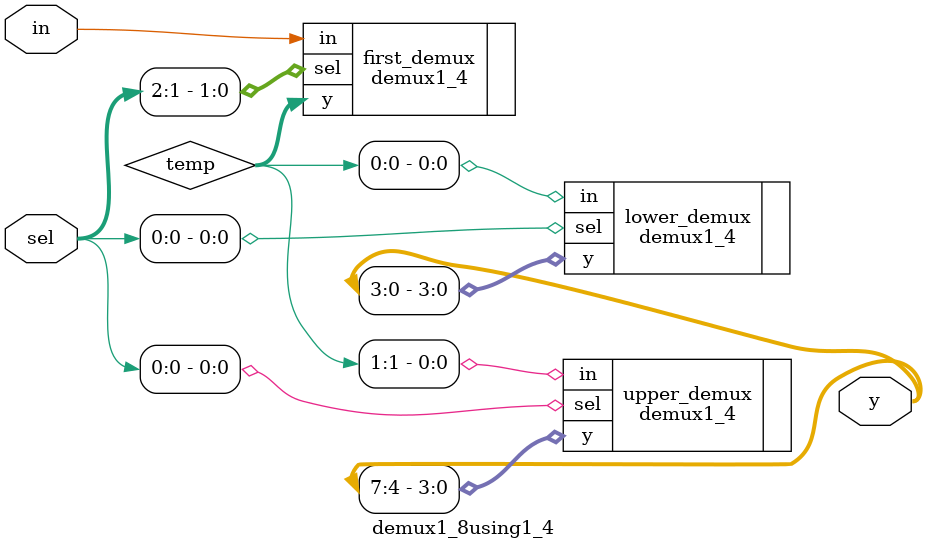
<source format=v>
`timescale 1ns / 1ps


module demux1_8using1_4(input in, input [2:0] sel, output [7:0] y);
    wire [3:0] temp;

    demux1_4 first_demux(
        .in(in),
        .sel(sel[2:1]),
        .y(temp)
    );

    demux1_4 lower_demux(
        .in(temp[0]),
        .sel(sel[0]),
        .y(y[3:0])
    );

    demux1_4 upper_demux(
        .in(temp[1]),
        .sel(sel[0]),
        .y(y[7:4])
    );
endmodule
</source>
